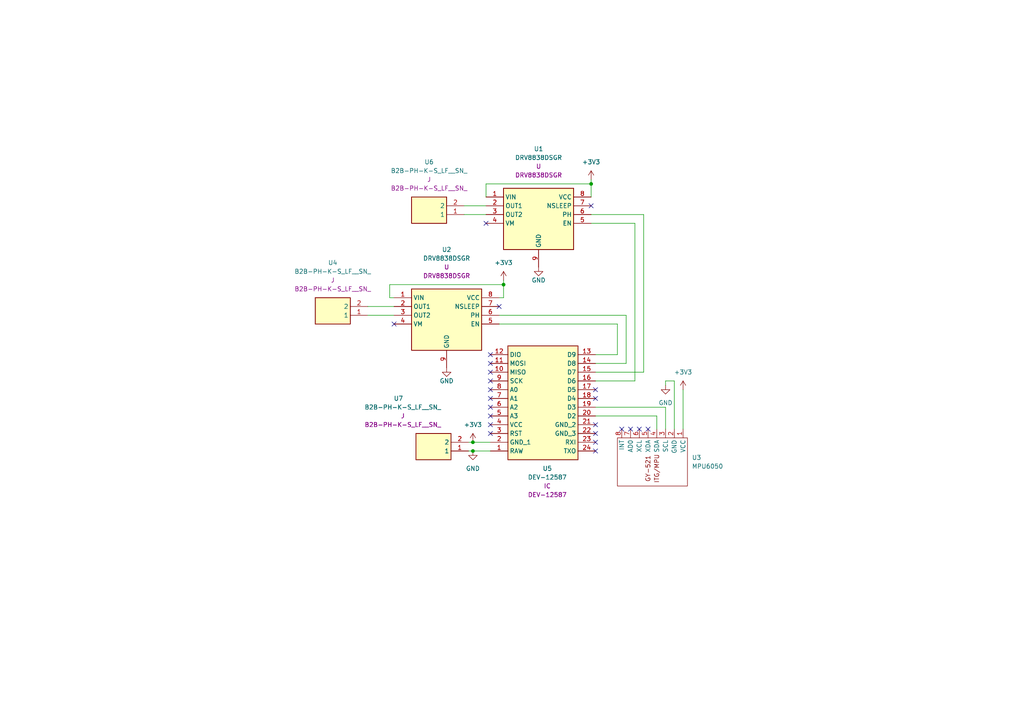
<source format=kicad_sch>
(kicad_sch (version 20211123) (generator eeschema)

  (uuid a07cdc35-4f19-425f-9bf2-922049eae871)

  (paper "A4")

  (title_block
    (title "CubeSat Reaction Wheel Schematic")
    (date "2023-11-17")
    (rev "A")
    (company "Nimbus")
    (comment 1 "Create by Yann HUGUET")
    (comment 2 "CubeSat Project 2023")
  )

  (lib_symbols
    (symbol "DRV8838DSGR_1" (in_bom yes) (on_board yes)
      (property "Reference" "" (id 0) (at 0 0 0)
        (effects (font (size 1.27 1.27)))
      )
      (property "Value" "DRV8838DSGR_1" (id 1) (at 12.7 6.35 0)
        (effects (font (size 1.27 1.27)))
      )
      (property "Footprint" "" (id 2) (at 0 0 0)
        (effects (font (size 1.27 1.27)) hide)
      )
      (property "Datasheet" "" (id 3) (at 0 0 0)
        (effects (font (size 1.27 1.27)) hide)
      )
      (property "Reference_1" "U" (id 4) (at 26.67 7.62 0)
        (effects (font (size 1.27 1.27)) (justify left top))
      )
      (property "Value_1" "DRV8838DSGR" (id 5) (at 26.67 5.08 0)
        (effects (font (size 1.27 1.27)) (justify left top))
      )
      (property "Footprint_1" "SON50P200X200X80-9N" (id 6) (at 26.67 -94.92 0)
        (effects (font (size 1.27 1.27)) (justify left top) hide)
      )
      (property "Datasheet_1" "http://www.ti.com/lit/ds/symlink/drv8838.pdf" (id 7) (at 26.67 -194.92 0)
        (effects (font (size 1.27 1.27)) (justify left top) hide)
      )
      (property "Height" "0.8" (id 8) (at 26.67 -394.92 0)
        (effects (font (size 1.27 1.27)) (justify left top) hide)
      )
      (property "Manufacturer_Name" "Texas Instruments" (id 9) (at 26.67 -494.92 0)
        (effects (font (size 1.27 1.27)) (justify left top) hide)
      )
      (property "Manufacturer_Part_Number" "DRV8838DSGR" (id 10) (at 26.67 -594.92 0)
        (effects (font (size 1.27 1.27)) (justify left top) hide)
      )
      (property "Mouser Part Number" "595-DRV8838DSGR" (id 11) (at 26.67 -694.92 0)
        (effects (font (size 1.27 1.27)) (justify left top) hide)
      )
      (property "Mouser Price/Stock" "https://www.mouser.co.uk/ProductDetail/Texas-Instruments/DRV8838DSGR?qs=6E8igxPflKdSnWcv9OHrUQ%3D%3D" (id 12) (at 26.67 -794.92 0)
        (effects (font (size 1.27 1.27)) (justify left top) hide)
      )
      (property "Arrow Part Number" "DRV8838DSGR" (id 13) (at 26.67 -894.92 0)
        (effects (font (size 1.27 1.27)) (justify left top) hide)
      )
      (property "Arrow Price/Stock" "https://www.arrow.com/en/products/drv8838dsgr/texas-instruments?region=nac" (id 14) (at 26.67 -994.92 0)
        (effects (font (size 1.27 1.27)) (justify left top) hide)
      )
      (property "ki_description" "TEXAS INSTRUMENTS - DRV8838DSGR - MOTOR DRIVER, DC BRUSH, 1.8A, WSON-8" (id 15) (at 0 0 0)
        (effects (font (size 1.27 1.27)) hide)
      )
      (symbol "DRV8838DSGR_1_1_1"
        (rectangle (start 5.08 2.54) (end 25.4 -15.24)
          (stroke (width 0.254) (type default) (color 0 0 0 0))
          (fill (type background))
        )
        (pin power_in line (at 0 0 0) (length 5.08)
          (name "VIN" (effects (font (size 1.27 1.27))))
          (number "1" (effects (font (size 1.27 1.27))))
        )
        (pin bidirectional line (at 0 -2.54 0) (length 5.08)
          (name "OUT1" (effects (font (size 1.27 1.27))))
          (number "2" (effects (font (size 1.27 1.27))))
        )
        (pin bidirectional line (at 0 -5.08 0) (length 5.08)
          (name "OUT2" (effects (font (size 1.27 1.27))))
          (number "3" (effects (font (size 1.27 1.27))))
        )
        (pin power_in line (at 0 -7.62 0) (length 5.08)
          (name "VM" (effects (font (size 1.27 1.27))))
          (number "4" (effects (font (size 1.27 1.27))))
        )
        (pin input line (at 30.48 -7.62 180) (length 5.08)
          (name "EN" (effects (font (size 1.27 1.27))))
          (number "5" (effects (font (size 1.27 1.27))))
        )
        (pin input line (at 30.48 -5.08 180) (length 5.08)
          (name "PH" (effects (font (size 1.27 1.27))))
          (number "6" (effects (font (size 1.27 1.27))))
        )
        (pin power_in line (at 30.48 -2.54 180) (length 5.08)
          (name "NSLEEP" (effects (font (size 1.27 1.27))))
          (number "7" (effects (font (size 1.27 1.27))))
        )
        (pin power_in line (at 30.48 0 180) (length 5.08)
          (name "VCC" (effects (font (size 1.27 1.27))))
          (number "8" (effects (font (size 1.27 1.27))))
        )
        (pin input line (at 15.24 -20.32 90) (length 5.08)
          (name "GND" (effects (font (size 1.27 1.27))))
          (number "9" (effects (font (size 1.27 1.27))))
        )
      )
    )
    (symbol "Reaction_Wheel:B2B-PH-K-S_LF__SN_" (in_bom yes) (on_board yes)
      (property "Reference" "" (id 0) (at 0 0 0)
        (effects (font (size 1.27 1.27)))
      )
      (property "Value" "B2B-PH-K-S_LF__SN_" (id 1) (at 27.94 8.89 0)
        (effects (font (size 1.27 1.27)))
      )
      (property "Footprint" "" (id 2) (at 0 0 0)
        (effects (font (size 1.27 1.27)) hide)
      )
      (property "Datasheet" "" (id 3) (at 0 0 0)
        (effects (font (size 1.27 1.27)) hide)
      )
      (property "Reference_1" "J" (id 4) (at 16.51 7.62 0)
        (effects (font (size 1.27 1.27)) (justify left top))
      )
      (property "Value_1" "B2B-PH-K-S_LF__SN_" (id 5) (at 16.51 5.08 0)
        (effects (font (size 1.27 1.27)) (justify left top))
      )
      (property "Footprint_1" "SHDR2W50P0X200_1X2_590X450X600P" (id 6) (at 16.51 -94.92 0)
        (effects (font (size 1.27 1.27)) (justify left top) hide)
      )
      (property "Datasheet_1" "https://datasheet.lcsc.com/szlcsc/JST-Sales-America-B2B-PH-K-S-LF-SN_C131337.pdf" (id 7) (at 16.51 -194.92 0)
        (effects (font (size 1.27 1.27)) (justify left top) hide)
      )
      (property "Height" "6" (id 8) (at 16.51 -394.92 0)
        (effects (font (size 1.27 1.27)) (justify left top) hide)
      )
      (property "Manufacturer_Name" "JST (JAPAN SOLDERLESS TERMINALS)" (id 9) (at 16.51 -494.92 0)
        (effects (font (size 1.27 1.27)) (justify left top) hide)
      )
      (property "Manufacturer_Part_Number" "B2B-PH-K-S(LF)(SN)" (id 10) (at 16.51 -594.92 0)
        (effects (font (size 1.27 1.27)) (justify left top) hide)
      )
      (property "Mouser Part Number" "" (id 11) (at 16.51 -694.92 0)
        (effects (font (size 1.27 1.27)) (justify left top) hide)
      )
      (property "Mouser Price/Stock" "" (id 12) (at 16.51 -794.92 0)
        (effects (font (size 1.27 1.27)) (justify left top) hide)
      )
      (property "Arrow Part Number" "B2B-PH-K-S(LF)(SN)" (id 13) (at 16.51 -894.92 0)
        (effects (font (size 1.27 1.27)) (justify left top) hide)
      )
      (property "Arrow Price/Stock" "https://www.arrow.com/en/products/b2b-ph-k-s-lf-sn/jst-manufacturing?region=europe" (id 14) (at 16.51 -994.92 0)
        (effects (font (size 1.27 1.27)) (justify left top) hide)
      )
      (property "ki_description" "Conn Shrouded Header HDR 2 POS 2mm Solder ST Thru-Hole Box" (id 15) (at 0 0 0)
        (effects (font (size 1.27 1.27)) hide)
      )
      (symbol "B2B-PH-K-S_LF__SN__1_1"
        (rectangle (start 5.08 2.54) (end 15.24 -5.08)
          (stroke (width 0.254) (type default) (color 0 0 0 0))
          (fill (type background))
        )
        (pin passive line (at 0 0 0) (length 5.08)
          (name "1" (effects (font (size 1.27 1.27))))
          (number "1" (effects (font (size 1.27 1.27))))
        )
        (pin passive line (at 0 -2.54 0) (length 5.08)
          (name "2" (effects (font (size 1.27 1.27))))
          (number "2" (effects (font (size 1.27 1.27))))
        )
      )
    )
    (symbol "Reaction_Wheel:DEV-12587" (in_bom yes) (on_board yes)
      (property "Reference" "" (id 0) (at 0 0 0)
        (effects (font (size 1.27 1.27)))
      )
      (property "Value" "DEV-12587" (id 1) (at 0 0 0)
        (effects (font (size 1.27 1.27)))
      )
      (property "Footprint" "" (id 2) (at 0 0 0)
        (effects (font (size 1.27 1.27)) hide)
      )
      (property "Datasheet" "" (id 3) (at 0 0 0)
        (effects (font (size 1.27 1.27)) hide)
      )
      (property "Reference_1" "IC" (id 4) (at 26.67 7.62 0)
        (effects (font (size 1.27 1.27)) (justify left top))
      )
      (property "Value_1" "DEV-12587" (id 5) (at 26.67 5.08 0)
        (effects (font (size 1.27 1.27)) (justify left top))
      )
      (property "Footprint_1" "DEV12587" (id 6) (at 26.67 -94.92 0)
        (effects (font (size 1.27 1.27)) (justify left top) hide)
      )
      (property "Datasheet_1" "https://www.sparkfun.com/products/12587" (id 7) (at 26.67 -194.92 0)
        (effects (font (size 1.27 1.27)) (justify left top) hide)
      )
      (property "Height" "3" (id 8) (at 26.67 -394.92 0)
        (effects (font (size 1.27 1.27)) (justify left top) hide)
      )
      (property "Manufacturer_Name" "SparkFun" (id 9) (at 26.67 -494.92 0)
        (effects (font (size 1.27 1.27)) (justify left top) hide)
      )
      (property "Manufacturer_Part_Number" "DEV-12587" (id 10) (at 26.67 -594.92 0)
        (effects (font (size 1.27 1.27)) (justify left top) hide)
      )
      (property "Mouser Part Number" "474-DEV-12587" (id 11) (at 26.67 -694.92 0)
        (effects (font (size 1.27 1.27)) (justify left top) hide)
      )
      (property "Mouser Price/Stock" "https://www.mouser.co.uk/ProductDetail/SparkFun/DEV-12587?qs=WyAARYrbSnYogCXHZ75wqw%3D%3D" (id 12) (at 26.67 -794.92 0)
        (effects (font (size 1.27 1.27)) (justify left top) hide)
      )
      (property "Arrow Part Number" "DEV-12587" (id 13) (at 26.67 -894.92 0)
        (effects (font (size 1.27 1.27)) (justify left top) hide)
      )
      (property "Arrow Price/Stock" "https://www.arrow.com/en/products/dev-12587/sparkfun-electronics?region=nac" (id 14) (at 26.67 -994.92 0)
        (effects (font (size 1.27 1.27)) (justify left top) hide)
      )
      (property "ki_description" "Development Boards & Kits - AVR Pro Micro - 3.3V/8MHz" (id 15) (at 0 0 0)
        (effects (font (size 1.27 1.27)) hide)
      )
      (symbol "DEV-12587_1_1"
        (rectangle (start 5.08 2.54) (end 25.4 -30.48)
          (stroke (width 0.254) (type default) (color 0 0 0 0))
          (fill (type background))
        )
        (pin passive line (at 0 -27.94 0) (length 5.08)
          (name "RAW" (effects (font (size 1.27 1.27))))
          (number "1" (effects (font (size 1.27 1.27))))
        )
        (pin passive line (at 0 -5.08 0) (length 5.08)
          (name "MISO" (effects (font (size 1.27 1.27))))
          (number "10" (effects (font (size 1.27 1.27))))
        )
        (pin passive line (at 0 -2.54 0) (length 5.08)
          (name "MOSI" (effects (font (size 1.27 1.27))))
          (number "11" (effects (font (size 1.27 1.27))))
        )
        (pin passive line (at 0 0 0) (length 5.08)
          (name "DIO" (effects (font (size 1.27 1.27))))
          (number "12" (effects (font (size 1.27 1.27))))
        )
        (pin passive line (at 30.48 0 180) (length 5.08)
          (name "D9" (effects (font (size 1.27 1.27))))
          (number "13" (effects (font (size 1.27 1.27))))
        )
        (pin passive line (at 30.48 -2.54 180) (length 5.08)
          (name "D8" (effects (font (size 1.27 1.27))))
          (number "14" (effects (font (size 1.27 1.27))))
        )
        (pin passive line (at 30.48 -5.08 180) (length 5.08)
          (name "D7" (effects (font (size 1.27 1.27))))
          (number "15" (effects (font (size 1.27 1.27))))
        )
        (pin passive line (at 30.48 -7.62 180) (length 5.08)
          (name "D6" (effects (font (size 1.27 1.27))))
          (number "16" (effects (font (size 1.27 1.27))))
        )
        (pin passive line (at 30.48 -10.16 180) (length 5.08)
          (name "D5" (effects (font (size 1.27 1.27))))
          (number "17" (effects (font (size 1.27 1.27))))
        )
        (pin passive line (at 30.48 -12.7 180) (length 5.08)
          (name "D4" (effects (font (size 1.27 1.27))))
          (number "18" (effects (font (size 1.27 1.27))))
        )
        (pin passive line (at 30.48 -15.24 180) (length 5.08)
          (name "D3" (effects (font (size 1.27 1.27))))
          (number "19" (effects (font (size 1.27 1.27))))
        )
        (pin passive line (at 0 -25.4 0) (length 5.08)
          (name "GND_1" (effects (font (size 1.27 1.27))))
          (number "2" (effects (font (size 1.27 1.27))))
        )
        (pin passive line (at 30.48 -17.78 180) (length 5.08)
          (name "D2" (effects (font (size 1.27 1.27))))
          (number "20" (effects (font (size 1.27 1.27))))
        )
        (pin passive line (at 30.48 -20.32 180) (length 5.08)
          (name "GND_2" (effects (font (size 1.27 1.27))))
          (number "21" (effects (font (size 1.27 1.27))))
        )
        (pin passive line (at 30.48 -22.86 180) (length 5.08)
          (name "GND_3" (effects (font (size 1.27 1.27))))
          (number "22" (effects (font (size 1.27 1.27))))
        )
        (pin passive line (at 30.48 -25.4 180) (length 5.08)
          (name "RXI" (effects (font (size 1.27 1.27))))
          (number "23" (effects (font (size 1.27 1.27))))
        )
        (pin passive line (at 30.48 -27.94 180) (length 5.08)
          (name "TXO" (effects (font (size 1.27 1.27))))
          (number "24" (effects (font (size 1.27 1.27))))
        )
        (pin passive line (at 0 -22.86 0) (length 5.08)
          (name "RST" (effects (font (size 1.27 1.27))))
          (number "3" (effects (font (size 1.27 1.27))))
        )
        (pin passive line (at 0 -20.32 0) (length 5.08)
          (name "VCC" (effects (font (size 1.27 1.27))))
          (number "4" (effects (font (size 1.27 1.27))))
        )
        (pin passive line (at 0 -17.78 0) (length 5.08)
          (name "A3" (effects (font (size 1.27 1.27))))
          (number "5" (effects (font (size 1.27 1.27))))
        )
        (pin passive line (at 0 -15.24 0) (length 5.08)
          (name "A2" (effects (font (size 1.27 1.27))))
          (number "6" (effects (font (size 1.27 1.27))))
        )
        (pin passive line (at 0 -12.7 0) (length 5.08)
          (name "A1" (effects (font (size 1.27 1.27))))
          (number "7" (effects (font (size 1.27 1.27))))
        )
        (pin passive line (at 0 -10.16 0) (length 5.08)
          (name "A0" (effects (font (size 1.27 1.27))))
          (number "8" (effects (font (size 1.27 1.27))))
        )
        (pin passive line (at 0 -7.62 0) (length 5.08)
          (name "SCK" (effects (font (size 1.27 1.27))))
          (number "9" (effects (font (size 1.27 1.27))))
        )
      )
    )
    (symbol "Reaction_Wheel:DRV8838DSGR" (in_bom yes) (on_board yes)
      (property "Reference" "" (id 0) (at 0 0 0)
        (effects (font (size 1.27 1.27)))
      )
      (property "Value" "DRV8838DSGR" (id 1) (at 12.7 6.35 0)
        (effects (font (size 1.27 1.27)))
      )
      (property "Footprint" "" (id 2) (at 0 0 0)
        (effects (font (size 1.27 1.27)) hide)
      )
      (property "Datasheet" "" (id 3) (at 0 0 0)
        (effects (font (size 1.27 1.27)) hide)
      )
      (property "Reference_1" "U" (id 4) (at 26.67 7.62 0)
        (effects (font (size 1.27 1.27)) (justify left top))
      )
      (property "Value_1" "DRV8838DSGR" (id 5) (at 26.67 5.08 0)
        (effects (font (size 1.27 1.27)) (justify left top))
      )
      (property "Footprint_1" "SON50P200X200X80-9N" (id 6) (at 26.67 -94.92 0)
        (effects (font (size 1.27 1.27)) (justify left top) hide)
      )
      (property "Datasheet_1" "http://www.ti.com/lit/ds/symlink/drv8838.pdf" (id 7) (at 26.67 -194.92 0)
        (effects (font (size 1.27 1.27)) (justify left top) hide)
      )
      (property "Height" "0.8" (id 8) (at 26.67 -394.92 0)
        (effects (font (size 1.27 1.27)) (justify left top) hide)
      )
      (property "Manufacturer_Name" "Texas Instruments" (id 9) (at 26.67 -494.92 0)
        (effects (font (size 1.27 1.27)) (justify left top) hide)
      )
      (property "Manufacturer_Part_Number" "DRV8838DSGR" (id 10) (at 26.67 -594.92 0)
        (effects (font (size 1.27 1.27)) (justify left top) hide)
      )
      (property "Mouser Part Number" "595-DRV8838DSGR" (id 11) (at 26.67 -694.92 0)
        (effects (font (size 1.27 1.27)) (justify left top) hide)
      )
      (property "Mouser Price/Stock" "https://www.mouser.co.uk/ProductDetail/Texas-Instruments/DRV8838DSGR?qs=6E8igxPflKdSnWcv9OHrUQ%3D%3D" (id 12) (at 26.67 -794.92 0)
        (effects (font (size 1.27 1.27)) (justify left top) hide)
      )
      (property "Arrow Part Number" "DRV8838DSGR" (id 13) (at 26.67 -894.92 0)
        (effects (font (size 1.27 1.27)) (justify left top) hide)
      )
      (property "Arrow Price/Stock" "https://www.arrow.com/en/products/drv8838dsgr/texas-instruments?region=nac" (id 14) (at 26.67 -994.92 0)
        (effects (font (size 1.27 1.27)) (justify left top) hide)
      )
      (property "ki_description" "TEXAS INSTRUMENTS - DRV8838DSGR - MOTOR DRIVER, DC BRUSH, 1.8A, WSON-8" (id 15) (at 0 0 0)
        (effects (font (size 1.27 1.27)) hide)
      )
      (symbol "DRV8838DSGR_1_1"
        (rectangle (start 5.08 2.54) (end 25.4 -15.24)
          (stroke (width 0.254) (type default) (color 0 0 0 0))
          (fill (type background))
        )
        (pin power_in line (at 0 0 0) (length 5.08)
          (name "VIN" (effects (font (size 1.27 1.27))))
          (number "1" (effects (font (size 1.27 1.27))))
        )
        (pin bidirectional line (at 0 -2.54 0) (length 5.08)
          (name "OUT1" (effects (font (size 1.27 1.27))))
          (number "2" (effects (font (size 1.27 1.27))))
        )
        (pin bidirectional line (at 0 -5.08 0) (length 5.08)
          (name "OUT2" (effects (font (size 1.27 1.27))))
          (number "3" (effects (font (size 1.27 1.27))))
        )
        (pin power_in line (at 0 -7.62 0) (length 5.08)
          (name "VM" (effects (font (size 1.27 1.27))))
          (number "4" (effects (font (size 1.27 1.27))))
        )
        (pin input line (at 30.48 -7.62 180) (length 5.08)
          (name "EN" (effects (font (size 1.27 1.27))))
          (number "5" (effects (font (size 1.27 1.27))))
        )
        (pin input line (at 30.48 -5.08 180) (length 5.08)
          (name "PH" (effects (font (size 1.27 1.27))))
          (number "6" (effects (font (size 1.27 1.27))))
        )
        (pin power_in line (at 30.48 -2.54 180) (length 5.08)
          (name "NSLEEP" (effects (font (size 1.27 1.27))))
          (number "7" (effects (font (size 1.27 1.27))))
        )
        (pin power_in line (at 30.48 0 180) (length 5.08)
          (name "VCC" (effects (font (size 1.27 1.27))))
          (number "8" (effects (font (size 1.27 1.27))))
        )
        (pin input line (at 15.24 -20.32 90) (length 5.08)
          (name "GND" (effects (font (size 1.27 1.27))))
          (number "9" (effects (font (size 1.27 1.27))))
        )
      )
    )
    (symbol "Reaction_Wheel:MPU6050" (in_bom yes) (on_board yes)
      (property "Reference" "U" (id 0) (at 0 -15.24 0)
        (effects (font (size 1.27 1.27)))
      )
      (property "Value" "MPU6050" (id 1) (at 0 7.62 0)
        (effects (font (size 1.27 1.27)))
      )
      (property "Footprint" "" (id 2) (at 0 0 0)
        (effects (font (size 1.27 1.27)) hide)
      )
      (property "Datasheet" "" (id 3) (at 0 0 0)
        (effects (font (size 1.27 1.27)) hide)
      )
      (symbol "MPU6050_0_0"
        (text "GY-521" (at 2.54 -5.08 0)
          (effects (font (size 1.27 1.27)))
        )
        (text "ITG/MPU" (at 2.54 -2.54 0)
          (effects (font (size 1.27 1.27)))
        )
      )
      (symbol "MPU6050_0_1"
        (polyline
          (pts
            (xy -6.35 6.35)
            (xy 7.62 6.35)
            (xy 7.62 -13.97)
            (xy -6.35 -13.97)
            (xy -6.35 6.35)
          )
          (stroke (width 0) (type default) (color 0 0 0 0))
          (fill (type none))
        )
      )
      (symbol "MPU6050_1_1"
        (pin input line (at -8.89 5.08 0) (length 2.54)
          (name "VCC" (effects (font (size 1.27 1.27))))
          (number "1" (effects (font (size 1.27 1.27))))
        )
        (pin input line (at -8.89 2.54 0) (length 2.54)
          (name "GND" (effects (font (size 1.27 1.27))))
          (number "2" (effects (font (size 1.27 1.27))))
        )
        (pin input line (at -8.89 0 0) (length 2.54)
          (name "SCL" (effects (font (size 1.27 1.27))))
          (number "3" (effects (font (size 1.27 1.27))))
        )
        (pin input line (at -8.89 -2.54 0) (length 2.54)
          (name "SDA" (effects (font (size 1.27 1.27))))
          (number "4" (effects (font (size 1.27 1.27))))
        )
        (pin input line (at -8.89 -5.08 0) (length 2.54)
          (name "XDA" (effects (font (size 1.27 1.27))))
          (number "5" (effects (font (size 1.27 1.27))))
        )
        (pin input line (at -8.89 -7.62 0) (length 2.54)
          (name "XCL" (effects (font (size 1.27 1.27))))
          (number "6" (effects (font (size 1.27 1.27))))
        )
        (pin input line (at -8.89 -10.16 0) (length 2.54)
          (name "AD0" (effects (font (size 1.27 1.27))))
          (number "7" (effects (font (size 1.27 1.27))))
        )
        (pin input line (at -8.89 -12.7 0) (length 2.54)
          (name "INT" (effects (font (size 1.27 1.27))))
          (number "8" (effects (font (size 1.27 1.27))))
        )
      )
    )
    (symbol "power:+3V3" (power) (pin_names (offset 0)) (in_bom yes) (on_board yes)
      (property "Reference" "#PWR" (id 0) (at 0 -3.81 0)
        (effects (font (size 1.27 1.27)) hide)
      )
      (property "Value" "+3V3" (id 1) (at 0 3.556 0)
        (effects (font (size 1.27 1.27)))
      )
      (property "Footprint" "" (id 2) (at 0 0 0)
        (effects (font (size 1.27 1.27)) hide)
      )
      (property "Datasheet" "" (id 3) (at 0 0 0)
        (effects (font (size 1.27 1.27)) hide)
      )
      (property "ki_keywords" "global power" (id 4) (at 0 0 0)
        (effects (font (size 1.27 1.27)) hide)
      )
      (property "ki_description" "Power symbol creates a global label with name \"+3V3\"" (id 5) (at 0 0 0)
        (effects (font (size 1.27 1.27)) hide)
      )
      (symbol "+3V3_0_1"
        (polyline
          (pts
            (xy -0.762 1.27)
            (xy 0 2.54)
          )
          (stroke (width 0) (type default) (color 0 0 0 0))
          (fill (type none))
        )
        (polyline
          (pts
            (xy 0 0)
            (xy 0 2.54)
          )
          (stroke (width 0) (type default) (color 0 0 0 0))
          (fill (type none))
        )
        (polyline
          (pts
            (xy 0 2.54)
            (xy 0.762 1.27)
          )
          (stroke (width 0) (type default) (color 0 0 0 0))
          (fill (type none))
        )
      )
      (symbol "+3V3_1_1"
        (pin power_in line (at 0 0 90) (length 0) hide
          (name "+3V3" (effects (font (size 1.27 1.27))))
          (number "1" (effects (font (size 1.27 1.27))))
        )
      )
    )
    (symbol "power:GND" (power) (pin_names (offset 0)) (in_bom yes) (on_board yes)
      (property "Reference" "#PWR" (id 0) (at 0 -6.35 0)
        (effects (font (size 1.27 1.27)) hide)
      )
      (property "Value" "GND" (id 1) (at 0 -3.81 0)
        (effects (font (size 1.27 1.27)))
      )
      (property "Footprint" "" (id 2) (at 0 0 0)
        (effects (font (size 1.27 1.27)) hide)
      )
      (property "Datasheet" "" (id 3) (at 0 0 0)
        (effects (font (size 1.27 1.27)) hide)
      )
      (property "ki_keywords" "global power" (id 4) (at 0 0 0)
        (effects (font (size 1.27 1.27)) hide)
      )
      (property "ki_description" "Power symbol creates a global label with name \"GND\" , ground" (id 5) (at 0 0 0)
        (effects (font (size 1.27 1.27)) hide)
      )
      (symbol "GND_0_1"
        (polyline
          (pts
            (xy 0 0)
            (xy 0 -1.27)
            (xy 1.27 -1.27)
            (xy 0 -2.54)
            (xy -1.27 -1.27)
            (xy 0 -1.27)
          )
          (stroke (width 0) (type default) (color 0 0 0 0))
          (fill (type none))
        )
      )
      (symbol "GND_1_1"
        (pin power_in line (at 0 0 270) (length 0) hide
          (name "GND" (effects (font (size 1.27 1.27))))
          (number "1" (effects (font (size 1.27 1.27))))
        )
      )
    )
  )


  (junction (at 171.45 53.34) (diameter 0) (color 0 0 0 0)
    (uuid 19d63017-8aea-462e-bf8b-f8ebc2a4a79d)
  )
  (junction (at 137.16 130.81) (diameter 0) (color 0 0 0 0)
    (uuid 4e8229c9-15e5-4ec3-925d-e64b6718ad31)
  )
  (junction (at 137.16 128.27) (diameter 0) (color 0 0 0 0)
    (uuid 79f99150-7a46-403b-9f9c-2273166db606)
  )
  (junction (at 146.05 82.55) (diameter 0) (color 0 0 0 0)
    (uuid 8b74946d-deb1-4301-b5cc-e35f8d3bbef3)
  )

  (no_connect (at 172.72 128.27) (uuid 02aea5f7-115c-42eb-8e06-3f73b5321ce4))
  (no_connect (at 187.96 124.46) (uuid 10dcf034-4ec1-4b6c-9c98-70bdc5bf3d42))
  (no_connect (at 172.72 113.03) (uuid 360d2a20-e136-4c80-9425-b2ffd2bfd54f))
  (no_connect (at 114.3 93.98) (uuid 434844ec-9d25-43ed-8b5f-1197b81e1159))
  (no_connect (at 172.72 115.57) (uuid 477e8610-35af-4420-b296-ae9c00851bfa))
  (no_connect (at 142.24 115.57) (uuid 4cb61a63-6a12-4b24-9071-8fe180358615))
  (no_connect (at 142.24 120.65) (uuid 61cd455e-76f7-42bc-84c5-072a1f37280c))
  (no_connect (at 172.72 130.81) (uuid 6702801b-fbc5-4e4e-9b6b-c0c5eb68892b))
  (no_connect (at 142.24 113.03) (uuid 6c522241-aa9a-41e5-9bd7-1e6e5d684b6b))
  (no_connect (at 142.24 107.95) (uuid 6e212257-624a-4eb6-9393-329b1ef13bfd))
  (no_connect (at 185.42 124.46) (uuid 79477c00-87c2-4cda-9df5-e37df8d0a092))
  (no_connect (at 142.24 125.73) (uuid 984006d7-de77-46ee-8948-750e4dccbb55))
  (no_connect (at 142.24 110.49) (uuid 98ab7024-f0b5-4331-a1fa-294ce1c4eef5))
  (no_connect (at 142.24 105.41) (uuid a1206c56-9ec9-4561-816e-85daff1749c7))
  (no_connect (at 142.24 118.11) (uuid a3a058d9-b81d-474e-a5a9-88845e3a0244))
  (no_connect (at 172.72 125.73) (uuid aae1e42b-48d1-4d7c-baa8-658c55d13459))
  (no_connect (at 171.45 59.69) (uuid b2139ef5-54bc-43f1-a8ed-ab188cca9451))
  (no_connect (at 180.34 124.46) (uuid b98aa461-03f2-4821-8c93-a79933926fc2))
  (no_connect (at 182.88 124.46) (uuid cdd61793-e80e-4c24-a2a0-a63177a7838f))
  (no_connect (at 142.24 123.19) (uuid cf3f57db-fabd-4b94-9d26-dcf865a697f3))
  (no_connect (at 140.97 64.77) (uuid e91b2758-11d3-4bf7-a2a7-2635dc835360))
  (no_connect (at 144.78 88.9) (uuid f587e55b-563c-410b-ae21-d480ab44acd1))
  (no_connect (at 142.24 102.87) (uuid fb605f1c-67cc-456b-bb62-ba7eea5a1de9))
  (no_connect (at 172.72 123.19) (uuid fc727c80-419d-4da5-903c-34c940ff1e7a))

  (wire (pts (xy 106.68 91.44) (xy 114.3 91.44))
    (stroke (width 0) (type default) (color 0 0 0 0))
    (uuid 034891e8-de1d-4ce3-8a83-b4a26a7a6c21)
  )
  (wire (pts (xy 137.16 130.81) (xy 142.24 130.81))
    (stroke (width 0) (type default) (color 0 0 0 0))
    (uuid 11ce5dd8-9385-4b43-b093-b458d6bb9da3)
  )
  (wire (pts (xy 172.72 118.11) (xy 193.04 118.11))
    (stroke (width 0) (type default) (color 0 0 0 0))
    (uuid 26dbbaf9-9274-43d7-9982-28296838ffcc)
  )
  (wire (pts (xy 171.45 62.23) (xy 186.69 62.23))
    (stroke (width 0) (type default) (color 0 0 0 0))
    (uuid 29934eee-d37d-41f5-8838-24b39cdc7ad9)
  )
  (wire (pts (xy 193.04 110.49) (xy 193.04 111.76))
    (stroke (width 0) (type default) (color 0 0 0 0))
    (uuid 2c5c23f1-c388-48c1-a6e9-bf0b3712ab81)
  )
  (wire (pts (xy 146.05 81.28) (xy 146.05 82.55))
    (stroke (width 0) (type default) (color 0 0 0 0))
    (uuid 2ee62de5-3ec7-465b-b6af-0c3f04eda689)
  )
  (wire (pts (xy 195.58 110.49) (xy 193.04 110.49))
    (stroke (width 0) (type default) (color 0 0 0 0))
    (uuid 2f044c4f-ac8c-435b-b93d-e51f406e7110)
  )
  (wire (pts (xy 198.12 113.03) (xy 198.12 124.46))
    (stroke (width 0) (type default) (color 0 0 0 0))
    (uuid 36ebdddc-66a9-4f5a-8647-b95fe42c367c)
  )
  (wire (pts (xy 135.89 130.81) (xy 137.16 130.81))
    (stroke (width 0) (type default) (color 0 0 0 0))
    (uuid 39b8f33e-ec43-4163-88ca-7c28b5f8b732)
  )
  (wire (pts (xy 179.07 102.87) (xy 179.07 93.98))
    (stroke (width 0) (type default) (color 0 0 0 0))
    (uuid 462c7831-7774-4222-aa38-fff99fca6c45)
  )
  (wire (pts (xy 106.68 88.9) (xy 114.3 88.9))
    (stroke (width 0) (type default) (color 0 0 0 0))
    (uuid 4d532b7c-cfda-4e14-a6ba-247423d85091)
  )
  (wire (pts (xy 172.72 120.65) (xy 190.5 120.65))
    (stroke (width 0) (type default) (color 0 0 0 0))
    (uuid 57ff347f-a40d-44e7-9619-67d896b9d166)
  )
  (wire (pts (xy 146.05 86.36) (xy 146.05 82.55))
    (stroke (width 0) (type default) (color 0 0 0 0))
    (uuid 725c6ee8-1066-44b5-814b-26e2a491c5ea)
  )
  (wire (pts (xy 190.5 120.65) (xy 190.5 124.46))
    (stroke (width 0) (type default) (color 0 0 0 0))
    (uuid 79bb1704-3026-4d9a-b9c1-8110b3c19060)
  )
  (wire (pts (xy 184.15 64.77) (xy 184.15 110.49))
    (stroke (width 0) (type default) (color 0 0 0 0))
    (uuid 7b0c5587-25b3-4eeb-8f31-26ff2fd0344b)
  )
  (wire (pts (xy 195.58 124.46) (xy 195.58 110.49))
    (stroke (width 0) (type default) (color 0 0 0 0))
    (uuid 87a5a4f5-6484-43af-a006-7ec5b8bd0389)
  )
  (wire (pts (xy 171.45 52.07) (xy 171.45 53.34))
    (stroke (width 0) (type default) (color 0 0 0 0))
    (uuid 8a27cc30-9bfe-4cf4-bf54-837c6746dc12)
  )
  (wire (pts (xy 113.03 82.55) (xy 146.05 82.55))
    (stroke (width 0) (type default) (color 0 0 0 0))
    (uuid 9b848a21-4897-4253-9a5f-7ee4845bbd26)
  )
  (wire (pts (xy 179.07 102.87) (xy 172.72 102.87))
    (stroke (width 0) (type default) (color 0 0 0 0))
    (uuid a036482d-1fd7-4b18-b14f-d181bc532b30)
  )
  (wire (pts (xy 171.45 57.15) (xy 171.45 53.34))
    (stroke (width 0) (type default) (color 0 0 0 0))
    (uuid a7b575a5-0ccb-4252-a03b-d02a52f90ca8)
  )
  (wire (pts (xy 113.03 86.36) (xy 113.03 82.55))
    (stroke (width 0) (type default) (color 0 0 0 0))
    (uuid b41afaff-8941-47a8-ba31-438860eb5072)
  )
  (wire (pts (xy 193.04 118.11) (xy 193.04 124.46))
    (stroke (width 0) (type default) (color 0 0 0 0))
    (uuid bdacb40a-2970-4fa3-9a56-6f197e0efda1)
  )
  (wire (pts (xy 144.78 91.44) (xy 181.61 91.44))
    (stroke (width 0) (type default) (color 0 0 0 0))
    (uuid bed67135-91db-44e7-ad08-8990599910f5)
  )
  (wire (pts (xy 134.62 62.23) (xy 140.97 62.23))
    (stroke (width 0) (type default) (color 0 0 0 0))
    (uuid befae8e8-cd4b-4d6e-bce7-762020f74a15)
  )
  (wire (pts (xy 146.05 86.36) (xy 144.78 86.36))
    (stroke (width 0) (type default) (color 0 0 0 0))
    (uuid c062f1fc-ebea-48cd-9ecd-7383a45113d3)
  )
  (wire (pts (xy 135.89 128.27) (xy 137.16 128.27))
    (stroke (width 0) (type default) (color 0 0 0 0))
    (uuid c51480b2-9dd1-4bad-a8ac-7f45c2ccecdf)
  )
  (wire (pts (xy 137.16 128.27) (xy 142.24 128.27))
    (stroke (width 0) (type default) (color 0 0 0 0))
    (uuid c55ee3da-ed9f-441e-a02c-efe1b2780e83)
  )
  (wire (pts (xy 134.62 59.69) (xy 140.97 59.69))
    (stroke (width 0) (type default) (color 0 0 0 0))
    (uuid c58e3ff9-ff3d-4be9-a3f2-a97efe03c8b8)
  )
  (wire (pts (xy 140.97 53.34) (xy 171.45 53.34))
    (stroke (width 0) (type default) (color 0 0 0 0))
    (uuid c6515ef1-d2ed-4e37-9d00-7e26a1f0adfe)
  )
  (wire (pts (xy 172.72 105.41) (xy 181.61 105.41))
    (stroke (width 0) (type default) (color 0 0 0 0))
    (uuid ce5bda2f-f195-45b3-8e39-78105e5ab749)
  )
  (wire (pts (xy 113.03 86.36) (xy 114.3 86.36))
    (stroke (width 0) (type default) (color 0 0 0 0))
    (uuid e3ff828b-4309-4313-ae5b-ff1c7e961b19)
  )
  (wire (pts (xy 179.07 93.98) (xy 144.78 93.98))
    (stroke (width 0) (type default) (color 0 0 0 0))
    (uuid e7099e05-b6f4-4be8-8076-57e60f097623)
  )
  (wire (pts (xy 171.45 64.77) (xy 184.15 64.77))
    (stroke (width 0) (type default) (color 0 0 0 0))
    (uuid e8d1d3d5-bb94-45ed-8698-7b0b4f6466dd)
  )
  (wire (pts (xy 172.72 107.95) (xy 186.69 107.95))
    (stroke (width 0) (type default) (color 0 0 0 0))
    (uuid e9d929cb-93e5-4cc5-ab89-6d416af9534c)
  )
  (wire (pts (xy 186.69 62.23) (xy 186.69 107.95))
    (stroke (width 0) (type default) (color 0 0 0 0))
    (uuid f35e2e6b-0567-425e-97ee-1eda3b32f36a)
  )
  (wire (pts (xy 172.72 110.49) (xy 184.15 110.49))
    (stroke (width 0) (type default) (color 0 0 0 0))
    (uuid f3d1cf73-aa71-417a-8dfe-1010f7cba12b)
  )
  (wire (pts (xy 140.97 57.15) (xy 140.97 53.34))
    (stroke (width 0) (type default) (color 0 0 0 0))
    (uuid f7272448-b4f8-4c1a-88d0-3517d0278bf5)
  )
  (wire (pts (xy 181.61 91.44) (xy 181.61 105.41))
    (stroke (width 0) (type default) (color 0 0 0 0))
    (uuid fcadd12c-658b-404f-882c-880b318e955d)
  )

  (symbol (lib_id "Reaction_Wheel:DRV8838DSGR") (at 140.97 57.15 0) (unit 1)
    (in_bom yes) (on_board yes)
    (uuid 08ff95bc-1c51-4504-920f-ee3aed11b2d6)
    (property "Reference" "U1" (id 0) (at 156.21 43.18 0))
    (property "Value" "DRV8838DSGR" (id 1) (at 156.21 45.72 0))
    (property "Footprint" "reaction_wheel:SON50P200X200X80-9N" (id 2) (at 140.97 57.15 0)
      (effects (font (size 1.27 1.27)) hide)
    )
    (property "Datasheet" "" (id 3) (at 140.97 57.15 0)
      (effects (font (size 1.27 1.27)) hide)
    )
    (property "Reference_1" "U" (id 4) (at 156.21 48.26 0))
    (property "Value_1" "DRV8838DSGR" (id 5) (at 156.21 50.8 0))
    (property "Footprint_1" "SON50P200X200X80-9N" (id 6) (at 167.64 152.07 0)
      (effects (font (size 1.27 1.27)) (justify left top) hide)
    )
    (property "Datasheet_1" "http://www.ti.com/lit/ds/symlink/drv8838.pdf" (id 7) (at 167.64 252.07 0)
      (effects (font (size 1.27 1.27)) (justify left top) hide)
    )
    (property "Height" "0.8" (id 8) (at 167.64 452.07 0)
      (effects (font (size 1.27 1.27)) (justify left top) hide)
    )
    (property "Manufacturer_Name" "Texas Instruments" (id 9) (at 167.64 552.07 0)
      (effects (font (size 1.27 1.27)) (justify left top) hide)
    )
    (property "Manufacturer_Part_Number" "DRV8838DSGR" (id 10) (at 167.64 652.07 0)
      (effects (font (size 1.27 1.27)) (justify left top) hide)
    )
    (property "Mouser Part Number" "595-DRV8838DSGR" (id 11) (at 167.64 752.07 0)
      (effects (font (size 1.27 1.27)) (justify left top) hide)
    )
    (property "Mouser Price/Stock" "https://www.mouser.co.uk/ProductDetail/Texas-Instruments/DRV8838DSGR?qs=6E8igxPflKdSnWcv9OHrUQ%3D%3D" (id 12) (at 167.64 852.07 0)
      (effects (font (size 1.27 1.27)) (justify left top) hide)
    )
    (property "Arrow Part Number" "DRV8838DSGR" (id 13) (at 167.64 952.07 0)
      (effects (font (size 1.27 1.27)) (justify left top) hide)
    )
    (property "Arrow Price/Stock" "https://www.arrow.com/en/products/drv8838dsgr/texas-instruments?region=nac" (id 14) (at 167.64 1052.07 0)
      (effects (font (size 1.27 1.27)) (justify left top) hide)
    )
    (pin "1" (uuid 4b46dc92-0616-42a4-a3db-ed89fa3e26e7))
    (pin "2" (uuid 11a98ad7-8ecd-4ae0-87f1-568871de8d65))
    (pin "3" (uuid eb8a0a90-17c1-456e-8947-ccac5a3f7524))
    (pin "4" (uuid 13562dd9-1701-45d2-ae7f-faf6a510ebcf))
    (pin "5" (uuid 85f63873-c550-49fd-b256-892781bb0da2))
    (pin "6" (uuid 729d24ad-09d2-4462-a621-770d743e7ae0))
    (pin "7" (uuid ae78d855-aee4-4078-b732-1cf41fe72745))
    (pin "8" (uuid 88c8059d-16de-43b9-af61-ef468f585426))
    (pin "9" (uuid 353b4814-6280-4807-a57a-bd5c90db5410))
  )

  (symbol (lib_id "power:GND") (at 129.54 106.68 0) (unit 1)
    (in_bom yes) (on_board yes)
    (uuid 10101cab-ea4e-4a68-9bfe-66fb0562193a)
    (property "Reference" "#PWR01" (id 0) (at 129.54 113.03 0)
      (effects (font (size 1.27 1.27)) hide)
    )
    (property "Value" "GND" (id 1) (at 129.54 110.49 0))
    (property "Footprint" "" (id 2) (at 129.54 106.68 0)
      (effects (font (size 1.27 1.27)) hide)
    )
    (property "Datasheet" "" (id 3) (at 129.54 106.68 0)
      (effects (font (size 1.27 1.27)) hide)
    )
    (pin "1" (uuid 1858455b-3d43-465d-8282-3b5676a043f0))
  )

  (symbol (lib_id "power:+3V3") (at 198.12 113.03 0) (unit 1)
    (in_bom yes) (on_board yes) (fields_autoplaced)
    (uuid 16e2e366-4464-4c3b-87cf-18e3e9eea69f)
    (property "Reference" "#PWR0105" (id 0) (at 198.12 116.84 0)
      (effects (font (size 1.27 1.27)) hide)
    )
    (property "Value" "+3V3" (id 1) (at 198.12 107.95 0))
    (property "Footprint" "" (id 2) (at 198.12 113.03 0)
      (effects (font (size 1.27 1.27)) hide)
    )
    (property "Datasheet" "" (id 3) (at 198.12 113.03 0)
      (effects (font (size 1.27 1.27)) hide)
    )
    (pin "1" (uuid 2d734c07-59b2-4f09-94a9-c29864115656))
  )

  (symbol (lib_id "power:+3V3") (at 137.16 128.27 0) (unit 1)
    (in_bom yes) (on_board yes) (fields_autoplaced)
    (uuid 26b4b17a-195a-4b6e-b699-3c23d29e626c)
    (property "Reference" "#PWR?" (id 0) (at 137.16 132.08 0)
      (effects (font (size 1.27 1.27)) hide)
    )
    (property "Value" "+3V3" (id 1) (at 137.16 123.19 0))
    (property "Footprint" "" (id 2) (at 137.16 128.27 0)
      (effects (font (size 1.27 1.27)) hide)
    )
    (property "Datasheet" "" (id 3) (at 137.16 128.27 0)
      (effects (font (size 1.27 1.27)) hide)
    )
    (pin "1" (uuid d7ab7fa3-c821-4443-b092-51c393b68953))
  )

  (symbol (lib_id "power:+3V3") (at 146.05 81.28 0) (unit 1)
    (in_bom yes) (on_board yes) (fields_autoplaced)
    (uuid 35d0dca0-fb97-4966-81f9-0c02872a36b7)
    (property "Reference" "#PWR0106" (id 0) (at 146.05 85.09 0)
      (effects (font (size 1.27 1.27)) hide)
    )
    (property "Value" "+3V3" (id 1) (at 146.05 76.2 0))
    (property "Footprint" "" (id 2) (at 146.05 81.28 0)
      (effects (font (size 1.27 1.27)) hide)
    )
    (property "Datasheet" "" (id 3) (at 146.05 81.28 0)
      (effects (font (size 1.27 1.27)) hide)
    )
    (pin "1" (uuid 48acfd95-6f96-4d1d-815f-bea1fcace2a7))
  )

  (symbol (lib_id "power:GND") (at 156.21 77.47 0) (unit 1)
    (in_bom yes) (on_board yes)
    (uuid 3a2dbbf4-8501-45df-b2e4-5e7976253d52)
    (property "Reference" "#PWR02" (id 0) (at 156.21 83.82 0)
      (effects (font (size 1.27 1.27)) hide)
    )
    (property "Value" "GND" (id 1) (at 156.21 81.28 0))
    (property "Footprint" "" (id 2) (at 156.21 77.47 0)
      (effects (font (size 1.27 1.27)) hide)
    )
    (property "Datasheet" "" (id 3) (at 156.21 77.47 0)
      (effects (font (size 1.27 1.27)) hide)
    )
    (pin "1" (uuid 99487b46-712e-4ac9-9522-d4147833f985))
  )

  (symbol (lib_id "Reaction_Wheel:MPU6050") (at 193.04 133.35 270) (unit 1)
    (in_bom yes) (on_board yes) (fields_autoplaced)
    (uuid 3e82463c-36e0-4f87-b51a-5102f47593bd)
    (property "Reference" "U3" (id 0) (at 200.66 132.7149 90)
      (effects (font (size 1.27 1.27)) (justify left))
    )
    (property "Value" "MPU6050" (id 1) (at 200.66 135.2549 90)
      (effects (font (size 1.27 1.27)) (justify left))
    )
    (property "Footprint" "reaction_wheel:MPU6050" (id 2) (at 193.04 133.35 0)
      (effects (font (size 1.27 1.27)) hide)
    )
    (property "Datasheet" "" (id 3) (at 193.04 133.35 0)
      (effects (font (size 1.27 1.27)) hide)
    )
    (pin "1" (uuid d85380a1-383f-483f-ae48-67de8d8c9247))
    (pin "2" (uuid 68a81008-feff-41d2-8b1a-38eb5826f3ce))
    (pin "3" (uuid 5687af8f-23cb-4c6d-a8bd-3b3ba41496c4))
    (pin "4" (uuid ab0da314-a4f3-4075-9f12-0fbc0fcc9bc0))
    (pin "5" (uuid 49e47294-4e0a-4315-8cfe-bc5e19a1668f))
    (pin "6" (uuid 49b8b35f-9553-4323-9682-5d046a50a57a))
    (pin "7" (uuid 55cbbaa7-270f-4f74-be28-1ce229379535))
    (pin "8" (uuid 8aedbcfe-e35c-4eee-916e-b0cfaff7e573))
  )

  (symbol (lib_name "DRV8838DSGR_1") (lib_id "Reaction_Wheel:DRV8838DSGR") (at 114.3 86.36 0) (unit 1)
    (in_bom yes) (on_board yes)
    (uuid 437bf707-e6db-4f87-94ca-7a6df0f1aef4)
    (property "Reference" "U2" (id 0) (at 129.54 72.39 0))
    (property "Value" "DRV8838DSGR" (id 1) (at 129.54 74.93 0))
    (property "Footprint" "reaction_wheel:SON50P200X200X80-9N" (id 2) (at 114.3 86.36 0)
      (effects (font (size 1.27 1.27)) hide)
    )
    (property "Datasheet" "" (id 3) (at 114.3 86.36 0)
      (effects (font (size 1.27 1.27)) hide)
    )
    (property "Reference_1" "U" (id 4) (at 129.54 77.47 0))
    (property "Value_1" "DRV8838DSGR" (id 5) (at 129.54 80.01 0))
    (property "Footprint_1" "SON50P200X200X80-9N" (id 6) (at 140.97 181.28 0)
      (effects (font (size 1.27 1.27)) (justify left top) hide)
    )
    (property "Datasheet_1" "http://www.ti.com/lit/ds/symlink/drv8838.pdf" (id 7) (at 140.97 281.28 0)
      (effects (font (size 1.27 1.27)) (justify left top) hide)
    )
    (property "Height" "0.8" (id 8) (at 140.97 481.28 0)
      (effects (font (size 1.27 1.27)) (justify left top) hide)
    )
    (property "Manufacturer_Name" "Texas Instruments" (id 9) (at 140.97 581.28 0)
      (effects (font (size 1.27 1.27)) (justify left top) hide)
    )
    (property "Manufacturer_Part_Number" "DRV8838DSGR" (id 10) (at 140.97 681.28 0)
      (effects (font (size 1.27 1.27)) (justify left top) hide)
    )
    (property "Mouser Part Number" "595-DRV8838DSGR" (id 11) (at 140.97 781.28 0)
      (effects (font (size 1.27 1.27)) (justify left top) hide)
    )
    (property "Mouser Price/Stock" "https://www.mouser.co.uk/ProductDetail/Texas-Instruments/DRV8838DSGR?qs=6E8igxPflKdSnWcv9OHrUQ%3D%3D" (id 12) (at 140.97 881.28 0)
      (effects (font (size 1.27 1.27)) (justify left top) hide)
    )
    (property "Arrow Part Number" "DRV8838DSGR" (id 13) (at 140.97 981.28 0)
      (effects (font (size 1.27 1.27)) (justify left top) hide)
    )
    (property "Arrow Price/Stock" "https://www.arrow.com/en/products/drv8838dsgr/texas-instruments?region=nac" (id 14) (at 140.97 1081.28 0)
      (effects (font (size 1.27 1.27)) (justify left top) hide)
    )
    (pin "1" (uuid d3ef7988-7ba6-4921-b846-34df0f8a7214))
    (pin "2" (uuid 11c27502-a989-4e12-bd75-12f16911264c))
    (pin "3" (uuid cb106edf-2e49-4c3e-a0a4-170d380897e2))
    (pin "4" (uuid 2bf64a84-4364-446a-8bae-1c9c793e9885))
    (pin "5" (uuid 44f95105-8f69-4f8b-bc02-b5421d731726))
    (pin "6" (uuid 827a5145-513f-44dc-849b-587749683450))
    (pin "7" (uuid 3e5609be-7971-4c18-aca8-284dc146c8d6))
    (pin "8" (uuid ce47e75c-9248-47e3-a203-eb9bd1500e7d))
    (pin "9" (uuid 0fa25c80-280c-49ef-8556-6c6bae83daf4))
  )

  (symbol (lib_id "Reaction_Wheel:B2B-PH-K-S_LF__SN_") (at 135.89 130.81 180) (unit 1)
    (in_bom yes) (on_board yes)
    (uuid 4fda2f1a-7a28-45f9-9a4f-79273c820335)
    (property "Reference" "U7" (id 0) (at 115.57 115.57 0))
    (property "Value" "B2B-PH-K-S_LF__SN_" (id 1) (at 116.84 118.11 0))
    (property "Footprint" "reaction_wheel:SHDR2W50P0X200_1X2_590X450X600P" (id 2) (at 135.89 130.81 0)
      (effects (font (size 1.27 1.27)) hide)
    )
    (property "Datasheet" "" (id 3) (at 135.89 130.81 0)
      (effects (font (size 1.27 1.27)) hide)
    )
    (property "Reference_1" "J" (id 4) (at 116.84 120.65 0))
    (property "Value_1" "B2B-PH-K-S_LF__SN_" (id 5) (at 116.84 123.19 0))
    (property "Footprint_1" "SHDR2W50P0X200_1X2_590X450X600P" (id 6) (at 119.38 35.89 0)
      (effects (font (size 1.27 1.27)) (justify left top) hide)
    )
    (property "Datasheet_1" "https://datasheet.lcsc.com/szlcsc/JST-Sales-America-B2B-PH-K-S-LF-SN_C131337.pdf" (id 7) (at 119.38 -64.11 0)
      (effects (font (size 1.27 1.27)) (justify left top) hide)
    )
    (property "Height" "6" (id 8) (at 119.38 -264.11 0)
      (effects (font (size 1.27 1.27)) (justify left top) hide)
    )
    (property "Manufacturer_Name" "JST (JAPAN SOLDERLESS TERMINALS)" (id 9) (at 119.38 -364.11 0)
      (effects (font (size 1.27 1.27)) (justify left top) hide)
    )
    (property "Manufacturer_Part_Number" "B2B-PH-K-S(LF)(SN)" (id 10) (at 119.38 -464.11 0)
      (effects (font (size 1.27 1.27)) (justify left top) hide)
    )
    (property "Mouser Part Number" "" (id 11) (at 119.38 -564.11 0)
      (effects (font (size 1.27 1.27)) (justify left top) hide)
    )
    (property "Mouser Price/Stock" "" (id 12) (at 119.38 -664.11 0)
      (effects (font (size 1.27 1.27)) (justify left top) hide)
    )
    (property "Arrow Part Number" "B2B-PH-K-S(LF)(SN)" (id 13) (at 119.38 -764.11 0)
      (effects (font (size 1.27 1.27)) (justify left top) hide)
    )
    (property "Arrow Price/Stock" "https://www.arrow.com/en/products/b2b-ph-k-s-lf-sn/jst-manufacturing?region=europe" (id 14) (at 119.38 -864.11 0)
      (effects (font (size 1.27 1.27)) (justify left top) hide)
    )
    (pin "1" (uuid a4f9fb19-f833-4a0f-800e-373c9a00623e))
    (pin "2" (uuid 13eb8828-63b3-489d-a9a1-5154aa680f7b))
  )

  (symbol (lib_id "Reaction_Wheel:DEV-12587") (at 142.24 102.87 0) (unit 1)
    (in_bom yes) (on_board yes)
    (uuid 6f810ce4-f05f-4326-bf9e-245ad4b642e8)
    (property "Reference" "U5" (id 0) (at 158.75 135.89 0))
    (property "Value" "DEV-12587" (id 1) (at 158.75 138.43 0))
    (property "Footprint" "reaction_wheel:DEV12587" (id 2) (at 142.24 102.87 0)
      (effects (font (size 1.27 1.27)) hide)
    )
    (property "Datasheet" "" (id 3) (at 142.24 102.87 0)
      (effects (font (size 1.27 1.27)) hide)
    )
    (property "Reference_1" "IC" (id 4) (at 158.75 140.97 0))
    (property "Value_1" "DEV-12587" (id 5) (at 158.75 143.51 0))
    (property "Footprint_1" "DEV12587" (id 6) (at 168.91 197.79 0)
      (effects (font (size 1.27 1.27)) (justify left top) hide)
    )
    (property "Datasheet_1" "https://www.sparkfun.com/products/12587" (id 7) (at 168.91 297.79 0)
      (effects (font (size 1.27 1.27)) (justify left top) hide)
    )
    (property "Height" "3" (id 8) (at 168.91 497.79 0)
      (effects (font (size 1.27 1.27)) (justify left top) hide)
    )
    (property "Manufacturer_Name" "SparkFun" (id 9) (at 168.91 597.79 0)
      (effects (font (size 1.27 1.27)) (justify left top) hide)
    )
    (property "Manufacturer_Part_Number" "DEV-12587" (id 10) (at 168.91 697.79 0)
      (effects (font (size 1.27 1.27)) (justify left top) hide)
    )
    (property "Mouser Part Number" "474-DEV-12587" (id 11) (at 168.91 797.79 0)
      (effects (font (size 1.27 1.27)) (justify left top) hide)
    )
    (property "Mouser Price/Stock" "https://www.mouser.co.uk/ProductDetail/SparkFun/DEV-12587?qs=WyAARYrbSnYogCXHZ75wqw%3D%3D" (id 12) (at 168.91 897.79 0)
      (effects (font (size 1.27 1.27)) (justify left top) hide)
    )
    (property "Arrow Part Number" "DEV-12587" (id 13) (at 168.91 997.79 0)
      (effects (font (size 1.27 1.27)) (justify left top) hide)
    )
    (property "Arrow Price/Stock" "https://www.arrow.com/en/products/dev-12587/sparkfun-electronics?region=nac" (id 14) (at 168.91 1097.79 0)
      (effects (font (size 1.27 1.27)) (justify left top) hide)
    )
    (pin "1" (uuid 21113e4c-1a2e-4a7d-92ad-c43f82d78507))
    (pin "10" (uuid 2b39781d-dea1-4a9b-aac3-e800b397b681))
    (pin "11" (uuid f28b35d2-66b5-4159-81ea-72214df479f1))
    (pin "12" (uuid 9b1652b6-8fa5-4a50-89c1-bbe445c45c7d))
    (pin "13" (uuid a2a0dc55-c3f0-4fdd-bbb3-1fd59724fe1a))
    (pin "14" (uuid e81ab5e2-6ce7-42bb-a19e-89e9b426386e))
    (pin "15" (uuid ae055377-e696-4ab6-bc18-2d61a449bc1a))
    (pin "16" (uuid 812d61d1-4943-483e-af53-b73db89878dd))
    (pin "17" (uuid faa83531-2edf-49dd-8a45-cc7b0e8de1f2))
    (pin "18" (uuid 73119f13-dba3-45c1-baf0-70223134c586))
    (pin "19" (uuid 5d80aa26-f3de-479e-8cd5-b09944e7394e))
    (pin "2" (uuid 6c2c8c4b-1435-4383-a77f-2b12092d9411))
    (pin "20" (uuid 146c71a7-485a-4068-bf32-47fb28f1e317))
    (pin "21" (uuid 545a2a1a-d9c8-43b0-a2a0-4cd84ca66f83))
    (pin "22" (uuid f7699890-5d3d-4fb5-8617-9c6b80203480))
    (pin "23" (uuid 9d7839e7-d431-481e-9b1c-4b54d9773724))
    (pin "24" (uuid 7b5a7758-1fad-4844-9f12-d27036beb672))
    (pin "3" (uuid d5f1cf51-061e-4d9f-a06a-9902075d6d12))
    (pin "4" (uuid d2477376-54e2-4b94-bc41-015d83580a0d))
    (pin "5" (uuid 04d795ff-16bb-43a4-89cb-078cb4d9c4b7))
    (pin "6" (uuid daf4d54d-58cb-4ded-b856-1922c504b8c3))
    (pin "7" (uuid ef02adbb-e90b-4159-ac3f-8bc6820cc7ab))
    (pin "8" (uuid 55715fd3-47ff-4c8d-9213-fda274582bb7))
    (pin "9" (uuid 2d99cba8-7336-44d4-8804-0f6f4ff63175))
  )

  (symbol (lib_id "Reaction_Wheel:B2B-PH-K-S_LF__SN_") (at 134.62 62.23 180) (unit 1)
    (in_bom yes) (on_board yes) (fields_autoplaced)
    (uuid 85bace20-aa4e-4f77-8a3b-68cf65771a92)
    (property "Reference" "U6" (id 0) (at 124.46 46.99 0))
    (property "Value" "B2B-PH-K-S_LF__SN_" (id 1) (at 124.46 49.53 0))
    (property "Footprint" "reaction_wheel:SHDR2W50P0X200_1X2_590X450X600P" (id 2) (at 134.62 62.23 0)
      (effects (font (size 1.27 1.27)) hide)
    )
    (property "Datasheet" "" (id 3) (at 134.62 62.23 0)
      (effects (font (size 1.27 1.27)) hide)
    )
    (property "Reference_1" "J" (id 4) (at 124.46 52.07 0))
    (property "Value_1" "B2B-PH-K-S_LF__SN_" (id 5) (at 124.46 54.61 0))
    (property "Footprint_1" "SHDR2W50P0X200_1X2_590X450X600P" (id 6) (at 118.11 -32.69 0)
      (effects (font (size 1.27 1.27)) (justify left top) hide)
    )
    (property "Datasheet_1" "https://datasheet.lcsc.com/szlcsc/JST-Sales-America-B2B-PH-K-S-LF-SN_C131337.pdf" (id 7) (at 118.11 -132.69 0)
      (effects (font (size 1.27 1.27)) (justify left top) hide)
    )
    (property "Height" "6" (id 8) (at 118.11 -332.69 0)
      (effects (font (size 1.27 1.27)) (justify left top) hide)
    )
    (property "Manufacturer_Name" "JST (JAPAN SOLDERLESS TERMINALS)" (id 9) (at 118.11 -432.69 0)
      (effects (font (size 1.27 1.27)) (justify left top) hide)
    )
    (property "Manufacturer_Part_Number" "B2B-PH-K-S(LF)(SN)" (id 10) (at 118.11 -532.69 0)
      (effects (font (size 1.27 1.27)) (justify left top) hide)
    )
    (property "Mouser Part Number" "" (id 11) (at 118.11 -632.69 0)
      (effects (font (size 1.27 1.27)) (justify left top) hide)
    )
    (property "Mouser Price/Stock" "" (id 12) (at 118.11 -732.69 0)
      (effects (font (size 1.27 1.27)) (justify left top) hide)
    )
    (property "Arrow Part Number" "B2B-PH-K-S(LF)(SN)" (id 13) (at 118.11 -832.69 0)
      (effects (font (size 1.27 1.27)) (justify left top) hide)
    )
    (property "Arrow Price/Stock" "https://www.arrow.com/en/products/b2b-ph-k-s-lf-sn/jst-manufacturing?region=europe" (id 14) (at 118.11 -932.69 0)
      (effects (font (size 1.27 1.27)) (justify left top) hide)
    )
    (pin "1" (uuid 98ce3ac3-20bd-4e5f-a6d8-3b503efb34ac))
    (pin "2" (uuid 94e1ccd1-ab86-456b-8b5a-21622325fb81))
  )

  (symbol (lib_id "power:GND") (at 193.04 111.76 0) (unit 1)
    (in_bom yes) (on_board yes) (fields_autoplaced)
    (uuid b7771045-08f0-4d02-a331-506f639b0909)
    (property "Reference" "#PWR0104" (id 0) (at 193.04 118.11 0)
      (effects (font (size 1.27 1.27)) hide)
    )
    (property "Value" "GND" (id 1) (at 193.04 116.84 0))
    (property "Footprint" "" (id 2) (at 193.04 111.76 0)
      (effects (font (size 1.27 1.27)) hide)
    )
    (property "Datasheet" "" (id 3) (at 193.04 111.76 0)
      (effects (font (size 1.27 1.27)) hide)
    )
    (pin "1" (uuid 6f71357d-241d-4507-97da-696b44e3b016))
  )

  (symbol (lib_id "Reaction_Wheel:B2B-PH-K-S_LF__SN_") (at 106.68 91.44 180) (unit 1)
    (in_bom yes) (on_board yes) (fields_autoplaced)
    (uuid c4ba906a-b29c-4271-a24b-ad1c89d584d3)
    (property "Reference" "U4" (id 0) (at 96.52 76.2 0))
    (property "Value" "B2B-PH-K-S_LF__SN_" (id 1) (at 96.52 78.74 0))
    (property "Footprint" "reaction_wheel:SHDR2W50P0X200_1X2_590X450X600P" (id 2) (at 106.68 91.44 0)
      (effects (font (size 1.27 1.27)) hide)
    )
    (property "Datasheet" "" (id 3) (at 106.68 91.44 0)
      (effects (font (size 1.27 1.27)) hide)
    )
    (property "Reference_1" "J" (id 4) (at 96.52 81.28 0))
    (property "Value_1" "B2B-PH-K-S_LF__SN_" (id 5) (at 96.52 83.82 0))
    (property "Footprint_1" "SHDR2W50P0X200_1X2_590X450X600P" (id 6) (at 90.17 -3.48 0)
      (effects (font (size 1.27 1.27)) (justify left top) hide)
    )
    (property "Datasheet_1" "https://datasheet.lcsc.com/szlcsc/JST-Sales-America-B2B-PH-K-S-LF-SN_C131337.pdf" (id 7) (at 90.17 -103.48 0)
      (effects (font (size 1.27 1.27)) (justify left top) hide)
    )
    (property "Height" "6" (id 8) (at 90.17 -303.48 0)
      (effects (font (size 1.27 1.27)) (justify left top) hide)
    )
    (property "Manufacturer_Name" "JST (JAPAN SOLDERLESS TERMINALS)" (id 9) (at 90.17 -403.48 0)
      (effects (font (size 1.27 1.27)) (justify left top) hide)
    )
    (property "Manufacturer_Part_Number" "B2B-PH-K-S(LF)(SN)" (id 10) (at 90.17 -503.48 0)
      (effects (font (size 1.27 1.27)) (justify left top) hide)
    )
    (property "Mouser Part Number" "" (id 11) (at 90.17 -603.48 0)
      (effects (font (size 1.27 1.27)) (justify left top) hide)
    )
    (property "Mouser Price/Stock" "" (id 12) (at 90.17 -703.48 0)
      (effects (font (size 1.27 1.27)) (justify left top) hide)
    )
    (property "Arrow Part Number" "B2B-PH-K-S(LF)(SN)" (id 13) (at 90.17 -803.48 0)
      (effects (font (size 1.27 1.27)) (justify left top) hide)
    )
    (property "Arrow Price/Stock" "https://www.arrow.com/en/products/b2b-ph-k-s-lf-sn/jst-manufacturing?region=europe" (id 14) (at 90.17 -903.48 0)
      (effects (font (size 1.27 1.27)) (justify left top) hide)
    )
    (pin "1" (uuid 8fe5af5c-f2a8-4db3-88c5-74887c4af479))
    (pin "2" (uuid 445dc2d6-103c-466d-b8e6-635e75526dc2))
  )

  (symbol (lib_id "power:+3V3") (at 171.45 52.07 0) (unit 1)
    (in_bom yes) (on_board yes) (fields_autoplaced)
    (uuid f46606c0-2069-40d3-9991-2c6fdacec05b)
    (property "Reference" "#PWR03" (id 0) (at 171.45 55.88 0)
      (effects (font (size 1.27 1.27)) hide)
    )
    (property "Value" "+3V3" (id 1) (at 171.45 46.99 0))
    (property "Footprint" "" (id 2) (at 171.45 52.07 0)
      (effects (font (size 1.27 1.27)) hide)
    )
    (property "Datasheet" "" (id 3) (at 171.45 52.07 0)
      (effects (font (size 1.27 1.27)) hide)
    )
    (pin "1" (uuid 8a251175-b681-4b70-8cfd-86c9def672c4))
  )

  (symbol (lib_id "power:GND") (at 137.16 130.81 0) (unit 1)
    (in_bom yes) (on_board yes) (fields_autoplaced)
    (uuid f9cf0ddd-1246-497b-9545-f80305a70690)
    (property "Reference" "#PWR?" (id 0) (at 137.16 137.16 0)
      (effects (font (size 1.27 1.27)) hide)
    )
    (property "Value" "GND" (id 1) (at 137.16 135.89 0))
    (property "Footprint" "" (id 2) (at 137.16 130.81 0)
      (effects (font (size 1.27 1.27)) hide)
    )
    (property "Datasheet" "" (id 3) (at 137.16 130.81 0)
      (effects (font (size 1.27 1.27)) hide)
    )
    (pin "1" (uuid 3f82e9ce-3c89-4793-9e4d-8e3fab7289f7))
  )

  (sheet_instances
    (path "/" (page "1"))
  )

  (symbol_instances
    (path "/10101cab-ea4e-4a68-9bfe-66fb0562193a"
      (reference "#PWR01") (unit 1) (value "GND") (footprint "")
    )
    (path "/3a2dbbf4-8501-45df-b2e4-5e7976253d52"
      (reference "#PWR02") (unit 1) (value "GND") (footprint "")
    )
    (path "/f46606c0-2069-40d3-9991-2c6fdacec05b"
      (reference "#PWR03") (unit 1) (value "+3V3") (footprint "")
    )
    (path "/b7771045-08f0-4d02-a331-506f639b0909"
      (reference "#PWR0104") (unit 1) (value "GND") (footprint "")
    )
    (path "/16e2e366-4464-4c3b-87cf-18e3e9eea69f"
      (reference "#PWR0105") (unit 1) (value "+3V3") (footprint "")
    )
    (path "/35d0dca0-fb97-4966-81f9-0c02872a36b7"
      (reference "#PWR0106") (unit 1) (value "+3V3") (footprint "")
    )
    (path "/26b4b17a-195a-4b6e-b699-3c23d29e626c"
      (reference "#PWR?") (unit 1) (value "+3V3") (footprint "")
    )
    (path "/f9cf0ddd-1246-497b-9545-f80305a70690"
      (reference "#PWR?") (unit 1) (value "GND") (footprint "")
    )
    (path "/08ff95bc-1c51-4504-920f-ee3aed11b2d6"
      (reference "U1") (unit 1) (value "DRV8838DSGR") (footprint "reaction_wheel:SON50P200X200X80-9N")
    )
    (path "/437bf707-e6db-4f87-94ca-7a6df0f1aef4"
      (reference "U2") (unit 1) (value "DRV8838DSGR") (footprint "reaction_wheel:SON50P200X200X80-9N")
    )
    (path "/3e82463c-36e0-4f87-b51a-5102f47593bd"
      (reference "U3") (unit 1) (value "MPU6050") (footprint "reaction_wheel:MPU6050")
    )
    (path "/c4ba906a-b29c-4271-a24b-ad1c89d584d3"
      (reference "U4") (unit 1) (value "B2B-PH-K-S_LF__SN_") (footprint "reaction_wheel:SHDR2W50P0X200_1X2_590X450X600P")
    )
    (path "/6f810ce4-f05f-4326-bf9e-245ad4b642e8"
      (reference "U5") (unit 1) (value "DEV-12587") (footprint "reaction_wheel:DEV12587")
    )
    (path "/85bace20-aa4e-4f77-8a3b-68cf65771a92"
      (reference "U6") (unit 1) (value "B2B-PH-K-S_LF__SN_") (footprint "reaction_wheel:SHDR2W50P0X200_1X2_590X450X600P")
    )
    (path "/4fda2f1a-7a28-45f9-9a4f-79273c820335"
      (reference "U7") (unit 1) (value "B2B-PH-K-S_LF__SN_") (footprint "reaction_wheel:SHDR2W50P0X200_1X2_590X450X600P")
    )
  )
)

</source>
